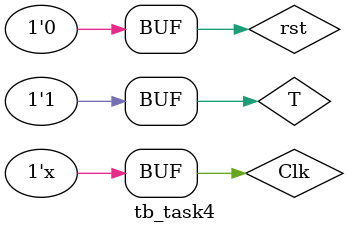
<source format=v>
module tb_task4();
	reg rst, Clk, T;	
	wire [3:0]out; 
	wire [3:0]QBar; 
	task4 my_task4(.T(T), .rst(rst), .Clk(Clk), .out(out), .QBar(QBar));

    always #5 Clk = ~Clk;
	
	initial begin
	T = 0;
	rst = 0;
	Clk = 1;
	#10
	
	T = 0;
	rst = 1;
	#30
	
	T = 1;
	rst = 0;
	end
endmodule






</source>
